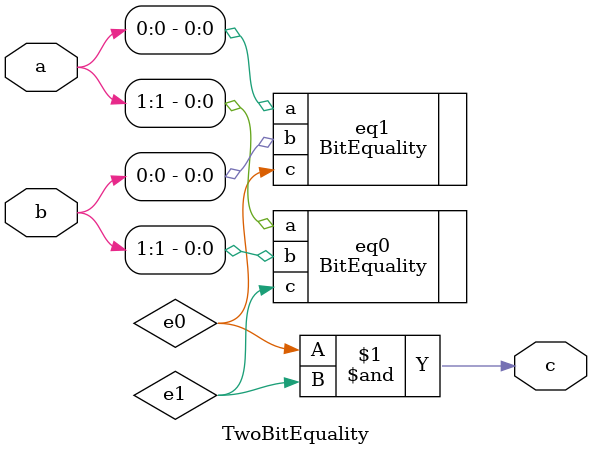
<source format=v>
`timescale 1ps/1ps

module TwoBitEquality (
    input [1:0] a,
    input [1:0] b,
    output c
);

wire e0, e1;
BitEquality eq1 (.a(a[0]), .b(b[0]), .c(e0));
BitEquality eq0 (.a(a[1]), .b(b[1]), .c(e1));

assign c = e0 & e1;

endmodule
</source>
